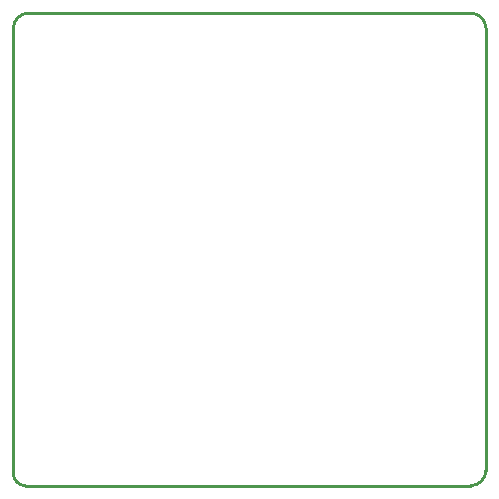
<source format=gko>
G04*
G04 #@! TF.GenerationSoftware,Altium Limited,Altium Designer,22.10.1 (41)*
G04*
G04 Layer_Color=16711935*
%FSLAX25Y25*%
%MOIN*%
G70*
G04*
G04 #@! TF.SameCoordinates,0245A464-56C0-4E7C-B2BA-3340792428E8*
G04*
G04*
G04 #@! TF.FilePolarity,Positive*
G04*
G01*
G75*
%ADD16C,0.01000*%
D16*
X152480Y0D02*
G03*
X157480Y5000I0J5000D01*
G01*
Y152480D02*
G03*
X152480Y157480I-5000J0D01*
G01*
X5000D02*
G03*
X0Y152480I0J-5000D01*
G01*
Y3937D02*
G03*
X3937Y0I3937J0D01*
G01*
X152480D01*
X157480Y5000D02*
Y152480D01*
X5000Y157480D02*
X152480D01*
X0Y3937D02*
Y152480D01*
M02*

</source>
